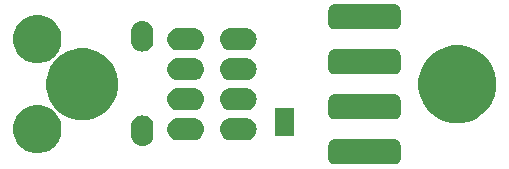
<source format=gbr>
G04 #@! TF.GenerationSoftware,KiCad,Pcbnew,5.1.5+dfsg1-2build2*
G04 #@! TF.CreationDate,2022-10-31T13:26:34+01:00*
G04 #@! TF.ProjectId,DHTBreakout,44485442-7265-4616-9b6f-75742e6b6963,rev?*
G04 #@! TF.SameCoordinates,Original*
G04 #@! TF.FileFunction,Soldermask,Bot*
G04 #@! TF.FilePolarity,Negative*
%FSLAX46Y46*%
G04 Gerber Fmt 4.6, Leading zero omitted, Abs format (unit mm)*
G04 Created by KiCad (PCBNEW 5.1.5+dfsg1-2build2) date 2022-10-31 13:26:34*
%MOMM*%
%LPD*%
G04 APERTURE LIST*
%ADD10C,0.150000*%
G04 APERTURE END LIST*
D10*
G36*
X82078210Y-46173489D02*
G01*
X82164950Y-46199802D01*
X82244889Y-46242530D01*
X82314962Y-46300038D01*
X82372470Y-46370111D01*
X82415198Y-46450050D01*
X82441511Y-46536790D01*
X82451000Y-46633140D01*
X82451000Y-47796860D01*
X82441511Y-47893210D01*
X82415198Y-47979950D01*
X82372470Y-48059889D01*
X82314962Y-48129962D01*
X82244889Y-48187470D01*
X82164950Y-48230198D01*
X82078210Y-48256511D01*
X81981860Y-48266000D01*
X76818140Y-48266000D01*
X76721790Y-48256511D01*
X76635050Y-48230198D01*
X76555111Y-48187470D01*
X76485038Y-48129962D01*
X76427530Y-48059889D01*
X76384802Y-47979950D01*
X76358489Y-47893210D01*
X76349000Y-47796860D01*
X76349000Y-46633140D01*
X76358489Y-46536790D01*
X76384802Y-46450050D01*
X76427530Y-46370111D01*
X76485038Y-46300038D01*
X76555111Y-46242530D01*
X76635050Y-46199802D01*
X76721790Y-46173489D01*
X76818140Y-46164000D01*
X81981860Y-46164000D01*
X82078210Y-46173489D01*
G37*
G36*
X52288254Y-43337818D02*
G01*
X52661511Y-43492426D01*
X52661513Y-43492427D01*
X52997436Y-43716884D01*
X53283116Y-44002564D01*
X53482155Y-44300446D01*
X53507574Y-44338489D01*
X53662182Y-44711746D01*
X53741000Y-45107993D01*
X53741000Y-45512007D01*
X53662182Y-45908254D01*
X53516070Y-46261000D01*
X53507573Y-46281513D01*
X53283116Y-46617436D01*
X52997436Y-46903116D01*
X52661513Y-47127573D01*
X52661512Y-47127574D01*
X52661511Y-47127574D01*
X52288254Y-47282182D01*
X51892007Y-47361000D01*
X51487993Y-47361000D01*
X51091746Y-47282182D01*
X50718489Y-47127574D01*
X50718488Y-47127574D01*
X50718487Y-47127573D01*
X50382564Y-46903116D01*
X50096884Y-46617436D01*
X49872427Y-46281513D01*
X49863930Y-46261000D01*
X49717818Y-45908254D01*
X49639000Y-45512007D01*
X49639000Y-45107993D01*
X49717818Y-44711746D01*
X49872426Y-44338489D01*
X49897846Y-44300446D01*
X50096884Y-44002564D01*
X50382564Y-43716884D01*
X50718487Y-43492427D01*
X50718489Y-43492426D01*
X51091746Y-43337818D01*
X51487993Y-43259000D01*
X51892007Y-43259000D01*
X52288254Y-43337818D01*
G37*
G36*
X60766425Y-44157760D02*
G01*
X60766428Y-44157761D01*
X60766429Y-44157761D01*
X60945693Y-44212140D01*
X60945696Y-44212142D01*
X60945697Y-44212142D01*
X61110903Y-44300446D01*
X61255712Y-44419288D01*
X61374554Y-44564097D01*
X61462859Y-44729305D01*
X61462860Y-44729307D01*
X61484608Y-44801000D01*
X61517240Y-44908574D01*
X61531000Y-45048283D01*
X61531000Y-45841718D01*
X61517240Y-45981425D01*
X61517239Y-45981428D01*
X61517239Y-45981429D01*
X61462860Y-46160693D01*
X61462858Y-46160696D01*
X61462858Y-46160697D01*
X61374554Y-46325903D01*
X61255712Y-46470712D01*
X61110903Y-46589554D01*
X60945696Y-46677858D01*
X60945692Y-46677860D01*
X60766428Y-46732239D01*
X60766427Y-46732239D01*
X60766424Y-46732240D01*
X60580000Y-46750601D01*
X60393575Y-46732240D01*
X60393572Y-46732239D01*
X60393571Y-46732239D01*
X60214307Y-46677860D01*
X60214303Y-46677858D01*
X60049097Y-46589554D01*
X59904288Y-46470712D01*
X59785446Y-46325903D01*
X59697142Y-46160696D01*
X59697141Y-46160693D01*
X59697140Y-46160692D01*
X59642761Y-45981428D01*
X59642761Y-45981427D01*
X59642760Y-45981424D01*
X59629000Y-45841717D01*
X59629000Y-45048282D01*
X59642760Y-44908570D01*
X59697140Y-44729308D01*
X59785447Y-44564097D01*
X59904289Y-44419288D01*
X60049098Y-44300446D01*
X60214304Y-44212142D01*
X60214305Y-44212142D01*
X60214308Y-44212140D01*
X60393572Y-44157761D01*
X60393573Y-44157761D01*
X60393576Y-44157760D01*
X60580000Y-44139399D01*
X60766425Y-44157760D01*
G37*
G36*
X65041425Y-44372760D02*
G01*
X65041428Y-44372761D01*
X65041429Y-44372761D01*
X65220693Y-44427140D01*
X65220696Y-44427142D01*
X65220697Y-44427142D01*
X65385903Y-44515446D01*
X65530712Y-44634288D01*
X65649554Y-44779097D01*
X65737858Y-44944303D01*
X65737860Y-44944307D01*
X65787513Y-45107993D01*
X65792240Y-45123575D01*
X65810601Y-45310000D01*
X65792240Y-45496425D01*
X65792239Y-45496428D01*
X65792239Y-45496429D01*
X65737860Y-45675693D01*
X65737858Y-45675696D01*
X65737858Y-45675697D01*
X65649554Y-45840903D01*
X65530712Y-45985712D01*
X65385903Y-46104554D01*
X65220697Y-46192858D01*
X65220693Y-46192860D01*
X65041429Y-46247239D01*
X65041428Y-46247239D01*
X65041425Y-46247240D01*
X64901718Y-46261000D01*
X63608282Y-46261000D01*
X63468575Y-46247240D01*
X63468572Y-46247239D01*
X63468571Y-46247239D01*
X63289307Y-46192860D01*
X63289303Y-46192858D01*
X63124097Y-46104554D01*
X62979288Y-45985712D01*
X62860446Y-45840903D01*
X62772142Y-45675697D01*
X62772142Y-45675696D01*
X62772140Y-45675693D01*
X62717761Y-45496429D01*
X62717761Y-45496428D01*
X62717760Y-45496425D01*
X62699399Y-45310000D01*
X62717760Y-45123575D01*
X62722487Y-45107993D01*
X62772140Y-44944307D01*
X62772142Y-44944303D01*
X62860446Y-44779097D01*
X62979288Y-44634288D01*
X63124097Y-44515446D01*
X63289303Y-44427142D01*
X63289304Y-44427142D01*
X63289307Y-44427140D01*
X63468571Y-44372761D01*
X63468572Y-44372761D01*
X63468575Y-44372760D01*
X63608282Y-44359000D01*
X64901718Y-44359000D01*
X65041425Y-44372760D01*
G37*
G36*
X69486425Y-44372760D02*
G01*
X69486428Y-44372761D01*
X69486429Y-44372761D01*
X69665693Y-44427140D01*
X69665696Y-44427142D01*
X69665697Y-44427142D01*
X69830903Y-44515446D01*
X69975712Y-44634288D01*
X70094554Y-44779097D01*
X70182858Y-44944303D01*
X70182860Y-44944307D01*
X70232513Y-45107993D01*
X70237240Y-45123575D01*
X70255601Y-45310000D01*
X70237240Y-45496425D01*
X70237239Y-45496428D01*
X70237239Y-45496429D01*
X70182860Y-45675693D01*
X70182858Y-45675696D01*
X70182858Y-45675697D01*
X70094554Y-45840903D01*
X69975712Y-45985712D01*
X69830903Y-46104554D01*
X69665697Y-46192858D01*
X69665693Y-46192860D01*
X69486429Y-46247239D01*
X69486428Y-46247239D01*
X69486425Y-46247240D01*
X69346718Y-46261000D01*
X68053282Y-46261000D01*
X67913575Y-46247240D01*
X67913572Y-46247239D01*
X67913571Y-46247239D01*
X67734307Y-46192860D01*
X67734303Y-46192858D01*
X67569097Y-46104554D01*
X67424288Y-45985712D01*
X67305446Y-45840903D01*
X67217142Y-45675697D01*
X67217142Y-45675696D01*
X67217140Y-45675693D01*
X67162761Y-45496429D01*
X67162761Y-45496428D01*
X67162760Y-45496425D01*
X67144399Y-45310000D01*
X67162760Y-45123575D01*
X67167487Y-45107993D01*
X67217140Y-44944307D01*
X67217142Y-44944303D01*
X67305446Y-44779097D01*
X67424288Y-44634288D01*
X67569097Y-44515446D01*
X67734303Y-44427142D01*
X67734304Y-44427142D01*
X67734307Y-44427140D01*
X67913571Y-44372761D01*
X67913572Y-44372761D01*
X67913575Y-44372760D01*
X68053282Y-44359000D01*
X69346718Y-44359000D01*
X69486425Y-44372760D01*
G37*
G36*
X73446000Y-45891000D02*
G01*
X71844000Y-45891000D01*
X71844000Y-43489000D01*
X73446000Y-43489000D01*
X73446000Y-45891000D01*
G37*
G36*
X88212865Y-38325855D02*
G01*
X88813608Y-38574691D01*
X88813610Y-38574692D01*
X89354265Y-38935946D01*
X89814054Y-39395735D01*
X90175308Y-39936390D01*
X90175309Y-39936392D01*
X90424145Y-40537135D01*
X90551000Y-41174879D01*
X90551000Y-41825121D01*
X90424145Y-42462865D01*
X90182366Y-43046570D01*
X90175308Y-43063610D01*
X89814054Y-43604265D01*
X89354265Y-44064054D01*
X88813610Y-44425308D01*
X88813609Y-44425309D01*
X88813608Y-44425309D01*
X88212865Y-44674145D01*
X87575121Y-44801000D01*
X86924879Y-44801000D01*
X86287135Y-44674145D01*
X85686392Y-44425309D01*
X85686391Y-44425309D01*
X85686390Y-44425308D01*
X85145735Y-44064054D01*
X84685946Y-43604265D01*
X84324692Y-43063610D01*
X84317634Y-43046570D01*
X84075855Y-42462865D01*
X83949000Y-41825121D01*
X83949000Y-41174879D01*
X84075855Y-40537135D01*
X84324691Y-39936392D01*
X84324692Y-39936390D01*
X84685946Y-39395735D01*
X85145735Y-38935946D01*
X85686390Y-38574692D01*
X85686392Y-38574691D01*
X86287135Y-38325855D01*
X86924879Y-38199000D01*
X87575121Y-38199000D01*
X88212865Y-38325855D01*
G37*
G36*
X56389943Y-38566248D02*
G01*
X56945189Y-38796238D01*
X57125607Y-38916790D01*
X57444899Y-39130134D01*
X57869866Y-39555101D01*
X57994080Y-39741000D01*
X58203762Y-40054811D01*
X58433752Y-40610057D01*
X58551000Y-41199501D01*
X58551000Y-41800499D01*
X58433752Y-42389943D01*
X58203762Y-42945189D01*
X58194241Y-42959438D01*
X57869866Y-43444899D01*
X57444899Y-43869866D01*
X57354154Y-43930500D01*
X56945189Y-44203762D01*
X56389943Y-44433752D01*
X55800499Y-44551000D01*
X55199501Y-44551000D01*
X54610057Y-44433752D01*
X54054811Y-44203762D01*
X53645846Y-43930500D01*
X53555101Y-43869866D01*
X53130134Y-43444899D01*
X52805759Y-42959438D01*
X52796238Y-42945189D01*
X52566248Y-42389943D01*
X52449000Y-41800499D01*
X52449000Y-41199501D01*
X52566248Y-40610057D01*
X52796238Y-40054811D01*
X53005920Y-39741000D01*
X53130134Y-39555101D01*
X53555101Y-39130134D01*
X53874393Y-38916790D01*
X54054811Y-38796238D01*
X54610057Y-38566248D01*
X55199501Y-38449000D01*
X55800499Y-38449000D01*
X56389943Y-38566248D01*
G37*
G36*
X82078210Y-42363489D02*
G01*
X82164950Y-42389802D01*
X82244889Y-42432530D01*
X82314962Y-42490038D01*
X82372470Y-42560111D01*
X82415198Y-42640050D01*
X82441511Y-42726790D01*
X82451000Y-42823140D01*
X82451000Y-43986860D01*
X82441511Y-44083210D01*
X82415198Y-44169950D01*
X82372470Y-44249889D01*
X82314962Y-44319962D01*
X82244889Y-44377470D01*
X82164950Y-44420198D01*
X82078210Y-44446511D01*
X81981860Y-44456000D01*
X76818140Y-44456000D01*
X76721790Y-44446511D01*
X76635050Y-44420198D01*
X76555111Y-44377470D01*
X76485038Y-44319962D01*
X76427530Y-44249889D01*
X76384802Y-44169950D01*
X76358489Y-44083210D01*
X76349000Y-43986860D01*
X76349000Y-42823140D01*
X76358489Y-42726790D01*
X76384802Y-42640050D01*
X76427530Y-42560111D01*
X76485038Y-42490038D01*
X76555111Y-42432530D01*
X76635050Y-42389802D01*
X76721790Y-42363489D01*
X76818140Y-42354000D01*
X81981860Y-42354000D01*
X82078210Y-42363489D01*
G37*
G36*
X69486425Y-41832760D02*
G01*
X69486428Y-41832761D01*
X69486429Y-41832761D01*
X69665693Y-41887140D01*
X69665696Y-41887142D01*
X69665697Y-41887142D01*
X69830903Y-41975446D01*
X69975712Y-42094288D01*
X70094554Y-42239097D01*
X70175107Y-42389802D01*
X70182860Y-42404307D01*
X70237239Y-42583571D01*
X70237240Y-42583575D01*
X70255601Y-42770000D01*
X70237240Y-42956425D01*
X70237239Y-42956428D01*
X70237239Y-42956429D01*
X70182860Y-43135693D01*
X70182858Y-43135696D01*
X70182858Y-43135697D01*
X70094554Y-43300903D01*
X69975712Y-43445712D01*
X69830903Y-43564554D01*
X69665697Y-43652858D01*
X69665693Y-43652860D01*
X69486429Y-43707239D01*
X69486428Y-43707239D01*
X69486425Y-43707240D01*
X69346718Y-43721000D01*
X68053282Y-43721000D01*
X67913575Y-43707240D01*
X67913572Y-43707239D01*
X67913571Y-43707239D01*
X67734307Y-43652860D01*
X67734303Y-43652858D01*
X67569097Y-43564554D01*
X67424288Y-43445712D01*
X67305446Y-43300903D01*
X67217142Y-43135697D01*
X67217142Y-43135696D01*
X67217140Y-43135693D01*
X67162761Y-42956429D01*
X67162761Y-42956428D01*
X67162760Y-42956425D01*
X67144399Y-42770000D01*
X67162760Y-42583575D01*
X67162761Y-42583571D01*
X67217140Y-42404307D01*
X67224893Y-42389802D01*
X67305446Y-42239097D01*
X67424288Y-42094288D01*
X67569097Y-41975446D01*
X67734303Y-41887142D01*
X67734304Y-41887142D01*
X67734307Y-41887140D01*
X67913571Y-41832761D01*
X67913572Y-41832761D01*
X67913575Y-41832760D01*
X68053282Y-41819000D01*
X69346718Y-41819000D01*
X69486425Y-41832760D01*
G37*
G36*
X65041425Y-41832760D02*
G01*
X65041428Y-41832761D01*
X65041429Y-41832761D01*
X65220693Y-41887140D01*
X65220696Y-41887142D01*
X65220697Y-41887142D01*
X65385903Y-41975446D01*
X65530712Y-42094288D01*
X65649554Y-42239097D01*
X65730107Y-42389802D01*
X65737860Y-42404307D01*
X65792239Y-42583571D01*
X65792240Y-42583575D01*
X65810601Y-42770000D01*
X65792240Y-42956425D01*
X65792239Y-42956428D01*
X65792239Y-42956429D01*
X65737860Y-43135693D01*
X65737858Y-43135696D01*
X65737858Y-43135697D01*
X65649554Y-43300903D01*
X65530712Y-43445712D01*
X65385903Y-43564554D01*
X65220697Y-43652858D01*
X65220693Y-43652860D01*
X65041429Y-43707239D01*
X65041428Y-43707239D01*
X65041425Y-43707240D01*
X64901718Y-43721000D01*
X63608282Y-43721000D01*
X63468575Y-43707240D01*
X63468572Y-43707239D01*
X63468571Y-43707239D01*
X63289307Y-43652860D01*
X63289303Y-43652858D01*
X63124097Y-43564554D01*
X62979288Y-43445712D01*
X62860446Y-43300903D01*
X62772142Y-43135697D01*
X62772142Y-43135696D01*
X62772140Y-43135693D01*
X62717761Y-42956429D01*
X62717761Y-42956428D01*
X62717760Y-42956425D01*
X62699399Y-42770000D01*
X62717760Y-42583575D01*
X62717761Y-42583571D01*
X62772140Y-42404307D01*
X62779893Y-42389802D01*
X62860446Y-42239097D01*
X62979288Y-42094288D01*
X63124097Y-41975446D01*
X63289303Y-41887142D01*
X63289304Y-41887142D01*
X63289307Y-41887140D01*
X63468571Y-41832761D01*
X63468572Y-41832761D01*
X63468575Y-41832760D01*
X63608282Y-41819000D01*
X64901718Y-41819000D01*
X65041425Y-41832760D01*
G37*
G36*
X69486425Y-39292760D02*
G01*
X69486428Y-39292761D01*
X69486429Y-39292761D01*
X69665693Y-39347140D01*
X69665696Y-39347142D01*
X69665697Y-39347142D01*
X69830903Y-39435446D01*
X69975712Y-39554288D01*
X70094554Y-39699097D01*
X70182858Y-39864303D01*
X70182860Y-39864307D01*
X70209895Y-39953430D01*
X70237240Y-40043575D01*
X70255601Y-40230000D01*
X70237240Y-40416425D01*
X70237239Y-40416428D01*
X70237239Y-40416429D01*
X70182860Y-40595693D01*
X70182858Y-40595696D01*
X70182858Y-40595697D01*
X70094554Y-40760903D01*
X69975712Y-40905712D01*
X69830903Y-41024554D01*
X69689137Y-41100329D01*
X69665693Y-41112860D01*
X69486429Y-41167239D01*
X69486428Y-41167239D01*
X69486425Y-41167240D01*
X69346718Y-41181000D01*
X68053282Y-41181000D01*
X67913575Y-41167240D01*
X67913572Y-41167239D01*
X67913571Y-41167239D01*
X67734307Y-41112860D01*
X67710863Y-41100329D01*
X67569097Y-41024554D01*
X67424288Y-40905712D01*
X67305446Y-40760903D01*
X67217142Y-40595697D01*
X67217142Y-40595696D01*
X67217140Y-40595693D01*
X67162761Y-40416429D01*
X67162761Y-40416428D01*
X67162760Y-40416425D01*
X67144399Y-40230000D01*
X67162760Y-40043575D01*
X67190105Y-39953430D01*
X67217140Y-39864307D01*
X67217142Y-39864303D01*
X67305446Y-39699097D01*
X67424288Y-39554288D01*
X67569097Y-39435446D01*
X67734303Y-39347142D01*
X67734304Y-39347142D01*
X67734307Y-39347140D01*
X67913571Y-39292761D01*
X67913572Y-39292761D01*
X67913575Y-39292760D01*
X68053282Y-39279000D01*
X69346718Y-39279000D01*
X69486425Y-39292760D01*
G37*
G36*
X65041425Y-39292760D02*
G01*
X65041428Y-39292761D01*
X65041429Y-39292761D01*
X65220693Y-39347140D01*
X65220696Y-39347142D01*
X65220697Y-39347142D01*
X65385903Y-39435446D01*
X65530712Y-39554288D01*
X65649554Y-39699097D01*
X65737858Y-39864303D01*
X65737860Y-39864307D01*
X65764895Y-39953430D01*
X65792240Y-40043575D01*
X65810601Y-40230000D01*
X65792240Y-40416425D01*
X65792239Y-40416428D01*
X65792239Y-40416429D01*
X65737860Y-40595693D01*
X65737858Y-40595696D01*
X65737858Y-40595697D01*
X65649554Y-40760903D01*
X65530712Y-40905712D01*
X65385903Y-41024554D01*
X65244137Y-41100329D01*
X65220693Y-41112860D01*
X65041429Y-41167239D01*
X65041428Y-41167239D01*
X65041425Y-41167240D01*
X64901718Y-41181000D01*
X63608282Y-41181000D01*
X63468575Y-41167240D01*
X63468572Y-41167239D01*
X63468571Y-41167239D01*
X63289307Y-41112860D01*
X63265863Y-41100329D01*
X63124097Y-41024554D01*
X62979288Y-40905712D01*
X62860446Y-40760903D01*
X62772142Y-40595697D01*
X62772142Y-40595696D01*
X62772140Y-40595693D01*
X62717761Y-40416429D01*
X62717761Y-40416428D01*
X62717760Y-40416425D01*
X62699399Y-40230000D01*
X62717760Y-40043575D01*
X62745105Y-39953430D01*
X62772140Y-39864307D01*
X62772142Y-39864303D01*
X62860446Y-39699097D01*
X62979288Y-39554288D01*
X63124097Y-39435446D01*
X63289303Y-39347142D01*
X63289304Y-39347142D01*
X63289307Y-39347140D01*
X63468571Y-39292761D01*
X63468572Y-39292761D01*
X63468575Y-39292760D01*
X63608282Y-39279000D01*
X64901718Y-39279000D01*
X65041425Y-39292760D01*
G37*
G36*
X82078210Y-38553489D02*
G01*
X82164950Y-38579802D01*
X82244889Y-38622530D01*
X82314962Y-38680038D01*
X82372470Y-38750111D01*
X82415198Y-38830050D01*
X82441511Y-38916790D01*
X82451000Y-39013140D01*
X82451000Y-40176860D01*
X82441511Y-40273210D01*
X82415198Y-40359950D01*
X82372470Y-40439889D01*
X82314962Y-40509962D01*
X82244889Y-40567470D01*
X82164950Y-40610198D01*
X82078210Y-40636511D01*
X81981860Y-40646000D01*
X76818140Y-40646000D01*
X76721790Y-40636511D01*
X76635050Y-40610198D01*
X76555111Y-40567470D01*
X76485038Y-40509962D01*
X76427530Y-40439889D01*
X76384802Y-40359950D01*
X76358489Y-40273210D01*
X76349000Y-40176860D01*
X76349000Y-39013140D01*
X76358489Y-38916790D01*
X76384802Y-38830050D01*
X76427530Y-38750111D01*
X76485038Y-38680038D01*
X76555111Y-38622530D01*
X76635050Y-38579802D01*
X76721790Y-38553489D01*
X76818140Y-38544000D01*
X81981860Y-38544000D01*
X82078210Y-38553489D01*
G37*
G36*
X52288254Y-35717818D02*
G01*
X52661511Y-35872426D01*
X52661513Y-35872427D01*
X52997436Y-36096884D01*
X53283116Y-36382564D01*
X53448374Y-36629889D01*
X53507574Y-36718489D01*
X53662182Y-37091746D01*
X53741000Y-37487993D01*
X53741000Y-37892007D01*
X53662182Y-38288254D01*
X53516070Y-38641000D01*
X53507573Y-38661513D01*
X53283116Y-38997436D01*
X52997436Y-39283116D01*
X52661513Y-39507573D01*
X52661512Y-39507574D01*
X52661511Y-39507574D01*
X52288254Y-39662182D01*
X51892007Y-39741000D01*
X51487993Y-39741000D01*
X51091746Y-39662182D01*
X50718489Y-39507574D01*
X50718488Y-39507574D01*
X50718487Y-39507573D01*
X50382564Y-39283116D01*
X50096884Y-38997436D01*
X49872427Y-38661513D01*
X49863930Y-38641000D01*
X49717818Y-38288254D01*
X49639000Y-37892007D01*
X49639000Y-37487993D01*
X49717818Y-37091746D01*
X49872426Y-36718489D01*
X49931627Y-36629889D01*
X50096884Y-36382564D01*
X50382564Y-36096884D01*
X50718487Y-35872427D01*
X50718489Y-35872426D01*
X51091746Y-35717818D01*
X51487993Y-35639000D01*
X51892007Y-35639000D01*
X52288254Y-35717818D01*
G37*
G36*
X60766425Y-36157760D02*
G01*
X60766428Y-36157761D01*
X60766429Y-36157761D01*
X60945693Y-36212140D01*
X60945696Y-36212142D01*
X60945697Y-36212142D01*
X61110903Y-36300446D01*
X61255712Y-36419288D01*
X61374554Y-36564097D01*
X61447175Y-36699962D01*
X61462860Y-36729307D01*
X61471403Y-36757470D01*
X61517240Y-36908574D01*
X61531000Y-37048283D01*
X61531000Y-37841718D01*
X61517240Y-37981425D01*
X61517239Y-37981428D01*
X61517239Y-37981429D01*
X61462860Y-38160693D01*
X61462858Y-38160696D01*
X61462858Y-38160697D01*
X61374554Y-38325903D01*
X61255712Y-38470712D01*
X61110903Y-38589554D01*
X60945696Y-38677858D01*
X60945692Y-38677860D01*
X60766428Y-38732239D01*
X60766427Y-38732239D01*
X60766424Y-38732240D01*
X60580000Y-38750601D01*
X60393575Y-38732240D01*
X60393572Y-38732239D01*
X60393571Y-38732239D01*
X60214307Y-38677860D01*
X60183720Y-38661511D01*
X60049097Y-38589554D01*
X59904288Y-38470712D01*
X59785446Y-38325903D01*
X59697142Y-38160696D01*
X59697141Y-38160693D01*
X59697140Y-38160692D01*
X59642761Y-37981428D01*
X59642761Y-37981427D01*
X59642760Y-37981424D01*
X59629000Y-37841717D01*
X59629000Y-37048282D01*
X59642760Y-36908570D01*
X59697140Y-36729308D01*
X59785447Y-36564097D01*
X59904289Y-36419288D01*
X60049098Y-36300446D01*
X60214304Y-36212142D01*
X60214305Y-36212142D01*
X60214308Y-36212140D01*
X60393572Y-36157761D01*
X60393573Y-36157761D01*
X60393576Y-36157760D01*
X60580000Y-36139399D01*
X60766425Y-36157760D01*
G37*
G36*
X65041425Y-36752760D02*
G01*
X65041428Y-36752761D01*
X65041429Y-36752761D01*
X65220693Y-36807140D01*
X65220696Y-36807142D01*
X65220697Y-36807142D01*
X65385903Y-36895446D01*
X65530712Y-37014288D01*
X65649554Y-37159097D01*
X65737858Y-37324303D01*
X65737860Y-37324307D01*
X65787513Y-37487993D01*
X65792240Y-37503575D01*
X65810601Y-37690000D01*
X65792240Y-37876425D01*
X65792239Y-37876428D01*
X65792239Y-37876429D01*
X65737860Y-38055693D01*
X65737858Y-38055696D01*
X65737858Y-38055697D01*
X65649554Y-38220903D01*
X65530712Y-38365712D01*
X65385903Y-38484554D01*
X65220697Y-38572858D01*
X65220693Y-38572860D01*
X65041429Y-38627239D01*
X65041428Y-38627239D01*
X65041425Y-38627240D01*
X64901718Y-38641000D01*
X63608282Y-38641000D01*
X63468575Y-38627240D01*
X63468572Y-38627239D01*
X63468571Y-38627239D01*
X63289307Y-38572860D01*
X63289303Y-38572858D01*
X63124097Y-38484554D01*
X62979288Y-38365712D01*
X62860446Y-38220903D01*
X62772142Y-38055697D01*
X62772142Y-38055696D01*
X62772140Y-38055693D01*
X62717761Y-37876429D01*
X62717761Y-37876428D01*
X62717760Y-37876425D01*
X62699399Y-37690000D01*
X62717760Y-37503575D01*
X62722487Y-37487993D01*
X62772140Y-37324307D01*
X62772142Y-37324303D01*
X62860446Y-37159097D01*
X62979288Y-37014288D01*
X63124097Y-36895446D01*
X63289303Y-36807142D01*
X63289304Y-36807142D01*
X63289307Y-36807140D01*
X63468571Y-36752761D01*
X63468572Y-36752761D01*
X63468575Y-36752760D01*
X63608282Y-36739000D01*
X64901718Y-36739000D01*
X65041425Y-36752760D01*
G37*
G36*
X69486425Y-36752760D02*
G01*
X69486428Y-36752761D01*
X69486429Y-36752761D01*
X69665693Y-36807140D01*
X69665696Y-36807142D01*
X69665697Y-36807142D01*
X69830903Y-36895446D01*
X69975712Y-37014288D01*
X70094554Y-37159097D01*
X70182858Y-37324303D01*
X70182860Y-37324307D01*
X70232513Y-37487993D01*
X70237240Y-37503575D01*
X70255601Y-37690000D01*
X70237240Y-37876425D01*
X70237239Y-37876428D01*
X70237239Y-37876429D01*
X70182860Y-38055693D01*
X70182858Y-38055696D01*
X70182858Y-38055697D01*
X70094554Y-38220903D01*
X69975712Y-38365712D01*
X69830903Y-38484554D01*
X69665697Y-38572858D01*
X69665693Y-38572860D01*
X69486429Y-38627239D01*
X69486428Y-38627239D01*
X69486425Y-38627240D01*
X69346718Y-38641000D01*
X68053282Y-38641000D01*
X67913575Y-38627240D01*
X67913572Y-38627239D01*
X67913571Y-38627239D01*
X67734307Y-38572860D01*
X67734303Y-38572858D01*
X67569097Y-38484554D01*
X67424288Y-38365712D01*
X67305446Y-38220903D01*
X67217142Y-38055697D01*
X67217142Y-38055696D01*
X67217140Y-38055693D01*
X67162761Y-37876429D01*
X67162761Y-37876428D01*
X67162760Y-37876425D01*
X67144399Y-37690000D01*
X67162760Y-37503575D01*
X67167487Y-37487993D01*
X67217140Y-37324307D01*
X67217142Y-37324303D01*
X67305446Y-37159097D01*
X67424288Y-37014288D01*
X67569097Y-36895446D01*
X67734303Y-36807142D01*
X67734304Y-36807142D01*
X67734307Y-36807140D01*
X67913571Y-36752761D01*
X67913572Y-36752761D01*
X67913575Y-36752760D01*
X68053282Y-36739000D01*
X69346718Y-36739000D01*
X69486425Y-36752760D01*
G37*
G36*
X82078210Y-34743489D02*
G01*
X82164950Y-34769802D01*
X82244889Y-34812530D01*
X82314962Y-34870038D01*
X82372470Y-34940111D01*
X82415198Y-35020050D01*
X82441511Y-35106790D01*
X82451000Y-35203140D01*
X82451000Y-36366860D01*
X82441511Y-36463210D01*
X82415198Y-36549950D01*
X82372470Y-36629889D01*
X82314962Y-36699962D01*
X82244889Y-36757470D01*
X82164950Y-36800198D01*
X82078210Y-36826511D01*
X81981860Y-36836000D01*
X76818140Y-36836000D01*
X76721790Y-36826511D01*
X76635050Y-36800198D01*
X76555111Y-36757470D01*
X76485038Y-36699962D01*
X76427530Y-36629889D01*
X76384802Y-36549950D01*
X76358489Y-36463210D01*
X76349000Y-36366860D01*
X76349000Y-35203140D01*
X76358489Y-35106790D01*
X76384802Y-35020050D01*
X76427530Y-34940111D01*
X76485038Y-34870038D01*
X76555111Y-34812530D01*
X76635050Y-34769802D01*
X76721790Y-34743489D01*
X76818140Y-34734000D01*
X81981860Y-34734000D01*
X82078210Y-34743489D01*
G37*
M02*

</source>
